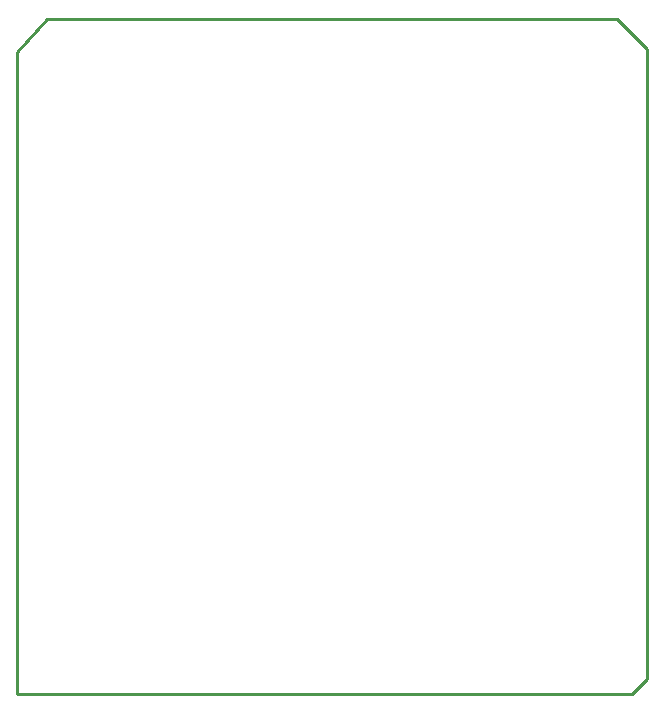
<source format=gbr>
G04 EAGLE Gerber RS-274X export*
G75*
%MOMM*%
%FSLAX34Y34*%
%LPD*%
%IN*%
%IPPOS*%
%AMOC8*
5,1,8,0,0,1.08239X$1,22.5*%
G01*
%ADD10C,0.254000*%


D10*
X609600Y203200D02*
X1130300Y203200D01*
X1142800Y215900D01*
X1142800Y746000D01*
X1143000Y749300D01*
X1117600Y774700D01*
X635000Y774700D01*
X609600Y746000D01*
X609600Y203200D01*
M02*

</source>
